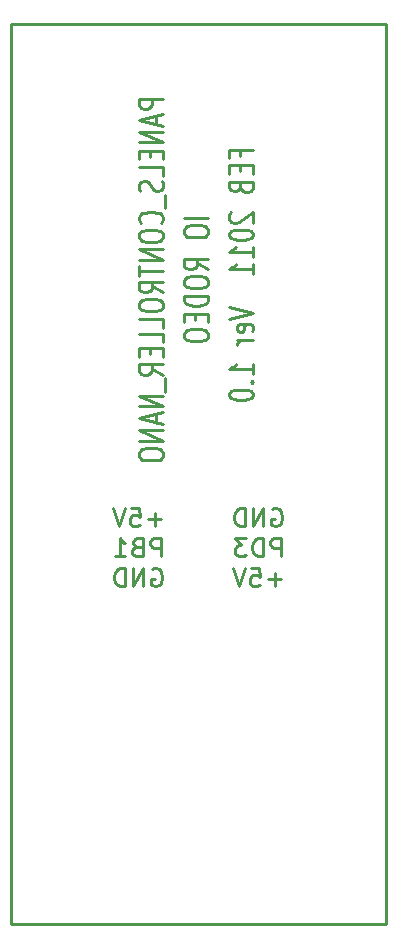
<source format=gbo>
G04 (created by PCBNEW-RS274X (2010-03-14)-final) date Tue 08 Feb 2011 03:21:09 PM PST*
G01*
G70*
G90*
%MOIN*%
G04 Gerber Fmt 3.4, Leading zero omitted, Abs format*
%FSLAX34Y34*%
G04 APERTURE LIST*
%ADD10C,0.006000*%
%ADD11C,0.010000*%
%ADD12C,0.009000*%
G04 APERTURE END LIST*
G54D10*
G54D11*
X53324Y-31457D02*
X52524Y-31457D01*
X52524Y-31857D02*
X52524Y-31971D01*
X52562Y-32029D01*
X52638Y-32086D01*
X52790Y-32114D01*
X53057Y-32114D01*
X53210Y-32086D01*
X53286Y-32029D01*
X53324Y-31971D01*
X53324Y-31857D01*
X53286Y-31800D01*
X53210Y-31743D01*
X53057Y-31714D01*
X52790Y-31714D01*
X52638Y-31743D01*
X52562Y-31800D01*
X52524Y-31857D01*
X53324Y-33172D02*
X52943Y-32972D01*
X53324Y-32829D02*
X52524Y-32829D01*
X52524Y-33057D01*
X52562Y-33115D01*
X52600Y-33143D01*
X52676Y-33172D01*
X52790Y-33172D01*
X52867Y-33143D01*
X52905Y-33115D01*
X52943Y-33057D01*
X52943Y-32829D01*
X52524Y-33543D02*
X52524Y-33657D01*
X52562Y-33715D01*
X52638Y-33772D01*
X52790Y-33800D01*
X53057Y-33800D01*
X53210Y-33772D01*
X53286Y-33715D01*
X53324Y-33657D01*
X53324Y-33543D01*
X53286Y-33486D01*
X53210Y-33429D01*
X53057Y-33400D01*
X52790Y-33400D01*
X52638Y-33429D01*
X52562Y-33486D01*
X52524Y-33543D01*
X53324Y-34058D02*
X52524Y-34058D01*
X52524Y-34201D01*
X52562Y-34286D01*
X52638Y-34344D01*
X52714Y-34372D01*
X52867Y-34401D01*
X52981Y-34401D01*
X53133Y-34372D01*
X53210Y-34344D01*
X53286Y-34286D01*
X53324Y-34201D01*
X53324Y-34058D01*
X52905Y-34658D02*
X52905Y-34858D01*
X53324Y-34944D02*
X53324Y-34658D01*
X52524Y-34658D01*
X52524Y-34944D01*
X52524Y-35315D02*
X52524Y-35429D01*
X52562Y-35487D01*
X52638Y-35544D01*
X52790Y-35572D01*
X53057Y-35572D01*
X53210Y-35544D01*
X53286Y-35487D01*
X53324Y-35429D01*
X53324Y-35315D01*
X53286Y-35258D01*
X53210Y-35201D01*
X53057Y-35172D01*
X52790Y-35172D01*
X52638Y-35201D01*
X52562Y-35258D01*
X52524Y-35315D01*
X55742Y-42743D02*
X55742Y-42143D01*
X55514Y-42143D01*
X55456Y-42171D01*
X55428Y-42200D01*
X55399Y-42257D01*
X55399Y-42343D01*
X55428Y-42400D01*
X55456Y-42429D01*
X55514Y-42457D01*
X55742Y-42457D01*
X55142Y-42743D02*
X55142Y-42143D01*
X54999Y-42143D01*
X54914Y-42171D01*
X54856Y-42229D01*
X54828Y-42286D01*
X54799Y-42400D01*
X54799Y-42486D01*
X54828Y-42600D01*
X54856Y-42657D01*
X54914Y-42714D01*
X54999Y-42743D01*
X55142Y-42743D01*
X54599Y-42143D02*
X54228Y-42143D01*
X54428Y-42371D01*
X54342Y-42371D01*
X54285Y-42400D01*
X54256Y-42429D01*
X54228Y-42486D01*
X54228Y-42629D01*
X54256Y-42686D01*
X54285Y-42714D01*
X54342Y-42743D01*
X54514Y-42743D01*
X54571Y-42714D01*
X54599Y-42686D01*
X51742Y-42743D02*
X51742Y-42143D01*
X51514Y-42143D01*
X51456Y-42171D01*
X51428Y-42200D01*
X51399Y-42257D01*
X51399Y-42343D01*
X51428Y-42400D01*
X51456Y-42429D01*
X51514Y-42457D01*
X51742Y-42457D01*
X50942Y-42429D02*
X50856Y-42457D01*
X50828Y-42486D01*
X50799Y-42543D01*
X50799Y-42629D01*
X50828Y-42686D01*
X50856Y-42714D01*
X50914Y-42743D01*
X51142Y-42743D01*
X51142Y-42143D01*
X50942Y-42143D01*
X50885Y-42171D01*
X50856Y-42200D01*
X50828Y-42257D01*
X50828Y-42314D01*
X50856Y-42371D01*
X50885Y-42400D01*
X50942Y-42429D01*
X51142Y-42429D01*
X50228Y-42743D02*
X50571Y-42743D01*
X50399Y-42743D02*
X50399Y-42143D01*
X50456Y-42229D01*
X50514Y-42286D01*
X50571Y-42314D01*
X51457Y-43171D02*
X51514Y-43143D01*
X51600Y-43143D01*
X51685Y-43171D01*
X51743Y-43229D01*
X51771Y-43286D01*
X51800Y-43400D01*
X51800Y-43486D01*
X51771Y-43600D01*
X51743Y-43657D01*
X51685Y-43714D01*
X51600Y-43743D01*
X51543Y-43743D01*
X51457Y-43714D01*
X51428Y-43686D01*
X51428Y-43486D01*
X51543Y-43486D01*
X51171Y-43743D02*
X51171Y-43143D01*
X50828Y-43743D01*
X50828Y-43143D01*
X50542Y-43743D02*
X50542Y-43143D01*
X50399Y-43143D01*
X50314Y-43171D01*
X50256Y-43229D01*
X50228Y-43286D01*
X50199Y-43400D01*
X50199Y-43486D01*
X50228Y-43600D01*
X50256Y-43657D01*
X50314Y-43714D01*
X50399Y-43743D01*
X50542Y-43743D01*
X55457Y-41171D02*
X55514Y-41143D01*
X55600Y-41143D01*
X55685Y-41171D01*
X55743Y-41229D01*
X55771Y-41286D01*
X55800Y-41400D01*
X55800Y-41486D01*
X55771Y-41600D01*
X55743Y-41657D01*
X55685Y-41714D01*
X55600Y-41743D01*
X55543Y-41743D01*
X55457Y-41714D01*
X55428Y-41686D01*
X55428Y-41486D01*
X55543Y-41486D01*
X55171Y-41743D02*
X55171Y-41143D01*
X54828Y-41743D01*
X54828Y-41143D01*
X54542Y-41743D02*
X54542Y-41143D01*
X54399Y-41143D01*
X54314Y-41171D01*
X54256Y-41229D01*
X54228Y-41286D01*
X54199Y-41400D01*
X54199Y-41486D01*
X54228Y-41600D01*
X54256Y-41657D01*
X54314Y-41714D01*
X54399Y-41743D01*
X54542Y-41743D01*
X55771Y-43514D02*
X55314Y-43514D01*
X55543Y-43743D02*
X55543Y-43286D01*
X54742Y-43143D02*
X55028Y-43143D01*
X55057Y-43429D01*
X55028Y-43400D01*
X54971Y-43371D01*
X54828Y-43371D01*
X54771Y-43400D01*
X54742Y-43429D01*
X54714Y-43486D01*
X54714Y-43629D01*
X54742Y-43686D01*
X54771Y-43714D01*
X54828Y-43743D01*
X54971Y-43743D01*
X55028Y-43714D01*
X55057Y-43686D01*
X54543Y-43143D02*
X54343Y-43743D01*
X54143Y-43143D01*
X51771Y-41514D02*
X51314Y-41514D01*
X51543Y-41743D02*
X51543Y-41286D01*
X50742Y-41143D02*
X51028Y-41143D01*
X51057Y-41429D01*
X51028Y-41400D01*
X50971Y-41371D01*
X50828Y-41371D01*
X50771Y-41400D01*
X50742Y-41429D01*
X50714Y-41486D01*
X50714Y-41629D01*
X50742Y-41686D01*
X50771Y-41714D01*
X50828Y-41743D01*
X50971Y-41743D01*
X51028Y-41714D01*
X51057Y-41686D01*
X50543Y-41143D02*
X50343Y-41743D01*
X50143Y-41143D01*
X54405Y-29394D02*
X54405Y-29194D01*
X54824Y-29194D02*
X54024Y-29194D01*
X54024Y-29480D01*
X54405Y-29708D02*
X54405Y-29908D01*
X54824Y-29994D02*
X54824Y-29708D01*
X54024Y-29708D01*
X54024Y-29994D01*
X54405Y-30451D02*
X54443Y-30537D01*
X54481Y-30565D01*
X54557Y-30594D01*
X54671Y-30594D01*
X54748Y-30565D01*
X54786Y-30537D01*
X54824Y-30479D01*
X54824Y-30251D01*
X54024Y-30251D01*
X54024Y-30451D01*
X54062Y-30508D01*
X54100Y-30537D01*
X54176Y-30565D01*
X54252Y-30565D01*
X54329Y-30537D01*
X54367Y-30508D01*
X54405Y-30451D01*
X54405Y-30251D01*
X54100Y-31279D02*
X54062Y-31308D01*
X54024Y-31365D01*
X54024Y-31508D01*
X54062Y-31565D01*
X54100Y-31594D01*
X54176Y-31622D01*
X54252Y-31622D01*
X54367Y-31594D01*
X54824Y-31251D01*
X54824Y-31622D01*
X54024Y-31993D02*
X54024Y-32050D01*
X54062Y-32107D01*
X54100Y-32136D01*
X54176Y-32165D01*
X54329Y-32193D01*
X54519Y-32193D01*
X54671Y-32165D01*
X54748Y-32136D01*
X54786Y-32107D01*
X54824Y-32050D01*
X54824Y-31993D01*
X54786Y-31936D01*
X54748Y-31907D01*
X54671Y-31879D01*
X54519Y-31850D01*
X54329Y-31850D01*
X54176Y-31879D01*
X54100Y-31907D01*
X54062Y-31936D01*
X54024Y-31993D01*
X54824Y-32764D02*
X54824Y-32421D01*
X54824Y-32593D02*
X54024Y-32593D01*
X54138Y-32536D01*
X54214Y-32478D01*
X54252Y-32421D01*
X54824Y-33335D02*
X54824Y-32992D01*
X54824Y-33164D02*
X54024Y-33164D01*
X54138Y-33107D01*
X54214Y-33049D01*
X54252Y-32992D01*
X54024Y-34415D02*
X54824Y-34615D01*
X54024Y-34815D01*
X54786Y-35243D02*
X54824Y-35186D01*
X54824Y-35072D01*
X54786Y-35015D01*
X54710Y-34986D01*
X54405Y-34986D01*
X54329Y-35015D01*
X54290Y-35072D01*
X54290Y-35186D01*
X54329Y-35243D01*
X54405Y-35272D01*
X54481Y-35272D01*
X54557Y-34986D01*
X54824Y-35529D02*
X54290Y-35529D01*
X54443Y-35529D02*
X54367Y-35557D01*
X54329Y-35586D01*
X54290Y-35643D01*
X54290Y-35700D01*
X54824Y-36671D02*
X54824Y-36328D01*
X54824Y-36500D02*
X54024Y-36500D01*
X54138Y-36443D01*
X54214Y-36385D01*
X54252Y-36328D01*
X54748Y-36928D02*
X54786Y-36956D01*
X54824Y-36928D01*
X54786Y-36899D01*
X54748Y-36928D01*
X54824Y-36928D01*
X54024Y-37328D02*
X54024Y-37385D01*
X54062Y-37442D01*
X54100Y-37471D01*
X54176Y-37500D01*
X54329Y-37528D01*
X54519Y-37528D01*
X54671Y-37500D01*
X54748Y-37471D01*
X54786Y-37442D01*
X54824Y-37385D01*
X54824Y-37328D01*
X54786Y-37271D01*
X54748Y-37242D01*
X54671Y-37214D01*
X54519Y-37185D01*
X54329Y-37185D01*
X54176Y-37214D01*
X54100Y-37242D01*
X54062Y-37271D01*
X54024Y-37328D01*
X51824Y-27485D02*
X51024Y-27485D01*
X51024Y-27713D01*
X51062Y-27771D01*
X51100Y-27799D01*
X51176Y-27828D01*
X51290Y-27828D01*
X51367Y-27799D01*
X51405Y-27771D01*
X51443Y-27713D01*
X51443Y-27485D01*
X51595Y-28056D02*
X51595Y-28342D01*
X51824Y-27999D02*
X51024Y-28199D01*
X51824Y-28399D01*
X51824Y-28599D02*
X51024Y-28599D01*
X51824Y-28942D01*
X51024Y-28942D01*
X51405Y-29228D02*
X51405Y-29428D01*
X51824Y-29514D02*
X51824Y-29228D01*
X51024Y-29228D01*
X51024Y-29514D01*
X51824Y-30057D02*
X51824Y-29771D01*
X51024Y-29771D01*
X51786Y-30228D02*
X51824Y-30314D01*
X51824Y-30457D01*
X51786Y-30514D01*
X51748Y-30543D01*
X51671Y-30571D01*
X51595Y-30571D01*
X51519Y-30543D01*
X51481Y-30514D01*
X51443Y-30457D01*
X51405Y-30343D01*
X51367Y-30285D01*
X51329Y-30257D01*
X51252Y-30228D01*
X51176Y-30228D01*
X51100Y-30257D01*
X51062Y-30285D01*
X51024Y-30343D01*
X51024Y-30485D01*
X51062Y-30571D01*
X51900Y-30685D02*
X51900Y-31142D01*
X51748Y-31628D02*
X51786Y-31599D01*
X51824Y-31513D01*
X51824Y-31456D01*
X51786Y-31371D01*
X51710Y-31313D01*
X51633Y-31285D01*
X51481Y-31256D01*
X51367Y-31256D01*
X51214Y-31285D01*
X51138Y-31313D01*
X51062Y-31371D01*
X51024Y-31456D01*
X51024Y-31513D01*
X51062Y-31599D01*
X51100Y-31628D01*
X51024Y-31999D02*
X51024Y-32113D01*
X51062Y-32171D01*
X51138Y-32228D01*
X51290Y-32256D01*
X51557Y-32256D01*
X51710Y-32228D01*
X51786Y-32171D01*
X51824Y-32113D01*
X51824Y-31999D01*
X51786Y-31942D01*
X51710Y-31885D01*
X51557Y-31856D01*
X51290Y-31856D01*
X51138Y-31885D01*
X51062Y-31942D01*
X51024Y-31999D01*
X51824Y-32514D02*
X51024Y-32514D01*
X51824Y-32857D01*
X51024Y-32857D01*
X51024Y-33057D02*
X51024Y-33400D01*
X51824Y-33229D02*
X51024Y-33229D01*
X51824Y-33943D02*
X51443Y-33743D01*
X51824Y-33600D02*
X51024Y-33600D01*
X51024Y-33828D01*
X51062Y-33886D01*
X51100Y-33914D01*
X51176Y-33943D01*
X51290Y-33943D01*
X51367Y-33914D01*
X51405Y-33886D01*
X51443Y-33828D01*
X51443Y-33600D01*
X51024Y-34314D02*
X51024Y-34428D01*
X51062Y-34486D01*
X51138Y-34543D01*
X51290Y-34571D01*
X51557Y-34571D01*
X51710Y-34543D01*
X51786Y-34486D01*
X51824Y-34428D01*
X51824Y-34314D01*
X51786Y-34257D01*
X51710Y-34200D01*
X51557Y-34171D01*
X51290Y-34171D01*
X51138Y-34200D01*
X51062Y-34257D01*
X51024Y-34314D01*
X51824Y-35115D02*
X51824Y-34829D01*
X51024Y-34829D01*
X51824Y-35601D02*
X51824Y-35315D01*
X51024Y-35315D01*
X51405Y-35801D02*
X51405Y-36001D01*
X51824Y-36087D02*
X51824Y-35801D01*
X51024Y-35801D01*
X51024Y-36087D01*
X51824Y-36687D02*
X51443Y-36487D01*
X51824Y-36344D02*
X51024Y-36344D01*
X51024Y-36572D01*
X51062Y-36630D01*
X51100Y-36658D01*
X51176Y-36687D01*
X51290Y-36687D01*
X51367Y-36658D01*
X51405Y-36630D01*
X51443Y-36572D01*
X51443Y-36344D01*
X51900Y-36801D02*
X51900Y-37258D01*
X51824Y-37401D02*
X51024Y-37401D01*
X51824Y-37744D01*
X51024Y-37744D01*
X51595Y-38001D02*
X51595Y-38287D01*
X51824Y-37944D02*
X51024Y-38144D01*
X51824Y-38344D01*
X51824Y-38544D02*
X51024Y-38544D01*
X51824Y-38887D01*
X51024Y-38887D01*
X51024Y-39287D02*
X51024Y-39401D01*
X51062Y-39459D01*
X51138Y-39516D01*
X51290Y-39544D01*
X51557Y-39544D01*
X51710Y-39516D01*
X51786Y-39459D01*
X51824Y-39401D01*
X51824Y-39287D01*
X51786Y-39230D01*
X51710Y-39173D01*
X51557Y-39144D01*
X51290Y-39144D01*
X51138Y-39173D01*
X51062Y-39230D01*
X51024Y-39287D01*
G54D12*
X59250Y-25000D02*
X46750Y-25000D01*
X59250Y-55000D02*
X59250Y-25000D01*
X46750Y-55000D02*
X59250Y-55000D01*
X46750Y-25000D02*
X46750Y-55000D01*
M02*

</source>
